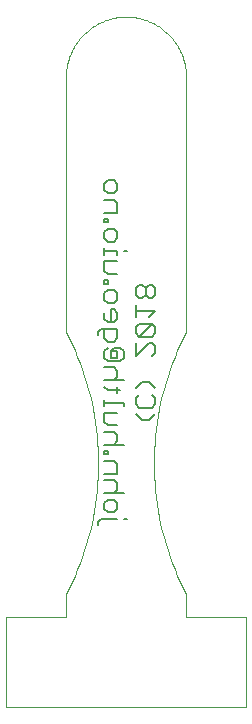
<source format=gbo>
G75*
%MOIN*%
%OFA0B0*%
%FSLAX25Y25*%
%IPPOS*%
%LPD*%
%AMOC8*
5,1,8,0,0,1.08239X$1,22.5*
%
%ADD10C,0.00000*%
%ADD11C,0.00600*%
D10*
X0047595Y0040183D02*
X0047595Y0070183D01*
X0067595Y0070183D01*
X0067595Y0077683D01*
X0047595Y0040183D02*
X0127595Y0040183D01*
X0127595Y0070183D01*
X0107595Y0070183D01*
X0107595Y0077683D01*
X0106569Y0079712D01*
X0105592Y0081765D01*
X0104665Y0083842D01*
X0103788Y0085939D01*
X0102962Y0088058D01*
X0102187Y0090195D01*
X0101463Y0092351D01*
X0100791Y0094523D01*
X0100171Y0096711D01*
X0099604Y0098912D01*
X0099090Y0101127D01*
X0098630Y0103354D01*
X0098223Y0105591D01*
X0097870Y0107837D01*
X0097570Y0110091D01*
X0097325Y0112352D01*
X0097134Y0114617D01*
X0096998Y0116887D01*
X0096916Y0119159D01*
X0096889Y0121433D01*
X0096916Y0123707D01*
X0096998Y0125979D01*
X0097134Y0128249D01*
X0097325Y0130514D01*
X0097570Y0132775D01*
X0097870Y0135029D01*
X0098223Y0137275D01*
X0098630Y0139512D01*
X0099090Y0141739D01*
X0099604Y0143954D01*
X0100171Y0146155D01*
X0100791Y0148343D01*
X0101463Y0150515D01*
X0102187Y0152671D01*
X0102962Y0154808D01*
X0103788Y0156927D01*
X0104665Y0159024D01*
X0105592Y0161101D01*
X0106569Y0163154D01*
X0107595Y0165183D01*
X0107595Y0250183D01*
X0107589Y0250670D01*
X0107571Y0251157D01*
X0107542Y0251643D01*
X0107500Y0252128D01*
X0107447Y0252612D01*
X0107382Y0253095D01*
X0107305Y0253576D01*
X0107217Y0254055D01*
X0107117Y0254532D01*
X0107005Y0255006D01*
X0106882Y0255477D01*
X0106747Y0255945D01*
X0106601Y0256410D01*
X0106444Y0256871D01*
X0106275Y0257328D01*
X0106096Y0257780D01*
X0105905Y0258229D01*
X0105704Y0258672D01*
X0105492Y0259111D01*
X0105269Y0259544D01*
X0105036Y0259971D01*
X0104792Y0260393D01*
X0104539Y0260809D01*
X0104275Y0261218D01*
X0104001Y0261621D01*
X0103718Y0262017D01*
X0103425Y0262406D01*
X0103123Y0262788D01*
X0102811Y0263163D01*
X0102490Y0263529D01*
X0102161Y0263888D01*
X0101823Y0264239D01*
X0101476Y0264581D01*
X0101122Y0264915D01*
X0100759Y0265240D01*
X0100388Y0265556D01*
X0100010Y0265863D01*
X0099625Y0266161D01*
X0099232Y0266449D01*
X0098833Y0266727D01*
X0098426Y0266996D01*
X0098014Y0267255D01*
X0097595Y0267504D01*
X0097170Y0267742D01*
X0096740Y0267970D01*
X0096304Y0268187D01*
X0095863Y0268394D01*
X0095417Y0268590D01*
X0094967Y0268775D01*
X0094512Y0268949D01*
X0094053Y0269112D01*
X0093590Y0269263D01*
X0093123Y0269404D01*
X0092654Y0269533D01*
X0092181Y0269650D01*
X0091706Y0269756D01*
X0091228Y0269850D01*
X0090748Y0269933D01*
X0090266Y0270004D01*
X0089782Y0270063D01*
X0089298Y0270110D01*
X0088812Y0270146D01*
X0088325Y0270170D01*
X0087839Y0270182D01*
X0087351Y0270182D01*
X0086865Y0270170D01*
X0086378Y0270146D01*
X0085892Y0270110D01*
X0085408Y0270063D01*
X0084924Y0270004D01*
X0084442Y0269933D01*
X0083962Y0269850D01*
X0083484Y0269756D01*
X0083009Y0269650D01*
X0082536Y0269533D01*
X0082067Y0269404D01*
X0081600Y0269263D01*
X0081137Y0269112D01*
X0080678Y0268949D01*
X0080223Y0268775D01*
X0079773Y0268590D01*
X0079327Y0268394D01*
X0078886Y0268187D01*
X0078450Y0267970D01*
X0078020Y0267742D01*
X0077595Y0267504D01*
X0077176Y0267255D01*
X0076764Y0266996D01*
X0076357Y0266727D01*
X0075958Y0266449D01*
X0075565Y0266161D01*
X0075180Y0265863D01*
X0074802Y0265556D01*
X0074431Y0265240D01*
X0074068Y0264915D01*
X0073714Y0264581D01*
X0073367Y0264239D01*
X0073029Y0263888D01*
X0072700Y0263529D01*
X0072379Y0263163D01*
X0072067Y0262788D01*
X0071765Y0262406D01*
X0071472Y0262017D01*
X0071189Y0261621D01*
X0070915Y0261218D01*
X0070651Y0260809D01*
X0070398Y0260393D01*
X0070154Y0259971D01*
X0069921Y0259544D01*
X0069698Y0259111D01*
X0069486Y0258672D01*
X0069285Y0258229D01*
X0069094Y0257780D01*
X0068915Y0257328D01*
X0068746Y0256871D01*
X0068589Y0256410D01*
X0068443Y0255945D01*
X0068308Y0255477D01*
X0068185Y0255006D01*
X0068073Y0254532D01*
X0067973Y0254055D01*
X0067885Y0253576D01*
X0067808Y0253095D01*
X0067743Y0252612D01*
X0067690Y0252128D01*
X0067648Y0251643D01*
X0067619Y0251157D01*
X0067601Y0250670D01*
X0067595Y0250183D01*
X0067595Y0165183D01*
X0068621Y0163154D01*
X0069598Y0161101D01*
X0070525Y0159024D01*
X0071402Y0156927D01*
X0072228Y0154808D01*
X0073003Y0152671D01*
X0073727Y0150515D01*
X0074399Y0148343D01*
X0075019Y0146155D01*
X0075586Y0143954D01*
X0076100Y0141739D01*
X0076560Y0139512D01*
X0076967Y0137275D01*
X0077320Y0135029D01*
X0077620Y0132775D01*
X0077865Y0130514D01*
X0078056Y0128249D01*
X0078192Y0125979D01*
X0078274Y0123707D01*
X0078301Y0121433D01*
X0078274Y0119159D01*
X0078192Y0116887D01*
X0078056Y0114617D01*
X0077865Y0112352D01*
X0077620Y0110091D01*
X0077320Y0107837D01*
X0076967Y0105591D01*
X0076560Y0103354D01*
X0076100Y0101127D01*
X0075586Y0098912D01*
X0075019Y0096711D01*
X0074399Y0094523D01*
X0073727Y0092351D01*
X0073003Y0090195D01*
X0072228Y0088058D01*
X0071402Y0085939D01*
X0070525Y0083842D01*
X0069598Y0081765D01*
X0068621Y0079712D01*
X0067595Y0077683D01*
D11*
X0078260Y0100686D02*
X0078260Y0101754D01*
X0079328Y0102822D01*
X0084665Y0102822D01*
X0083598Y0104983D02*
X0081463Y0104983D01*
X0080395Y0106051D01*
X0080395Y0108186D01*
X0081463Y0109254D01*
X0083598Y0109254D01*
X0084665Y0108186D01*
X0084665Y0106051D01*
X0083598Y0104983D01*
X0083598Y0111429D02*
X0084665Y0112496D01*
X0084665Y0114632D01*
X0083598Y0115699D01*
X0080395Y0115699D01*
X0080395Y0117874D02*
X0084665Y0117874D01*
X0084665Y0121077D01*
X0083598Y0122145D01*
X0080395Y0122145D01*
X0080395Y0124320D02*
X0080395Y0125387D01*
X0081463Y0125387D01*
X0081463Y0124320D01*
X0080395Y0124320D01*
X0080395Y0127543D02*
X0086801Y0127543D01*
X0084665Y0128610D02*
X0084665Y0130745D01*
X0083598Y0131813D01*
X0080395Y0131813D01*
X0081463Y0133988D02*
X0080395Y0135056D01*
X0080395Y0138258D01*
X0084665Y0138258D01*
X0084665Y0133988D02*
X0081463Y0133988D01*
X0084665Y0128610D02*
X0083598Y0127543D01*
X0086801Y0140434D02*
X0086801Y0141501D01*
X0080395Y0141501D01*
X0080395Y0140434D02*
X0080395Y0142569D01*
X0081463Y0145798D02*
X0080395Y0146866D01*
X0081463Y0145798D02*
X0085733Y0145798D01*
X0084665Y0144731D02*
X0084665Y0146866D01*
X0083598Y0149028D02*
X0084665Y0150095D01*
X0084665Y0152230D01*
X0083598Y0153298D01*
X0080395Y0153298D01*
X0081463Y0155473D02*
X0080395Y0156541D01*
X0080395Y0158676D01*
X0081463Y0159743D01*
X0082530Y0158676D02*
X0084665Y0158676D01*
X0084665Y0156541D01*
X0082530Y0156541D01*
X0082530Y0158676D01*
X0083598Y0159743D01*
X0085733Y0159743D01*
X0086801Y0158676D01*
X0086801Y0156541D01*
X0085733Y0155473D01*
X0081463Y0155473D01*
X0081463Y0161919D02*
X0080395Y0162986D01*
X0080395Y0166189D01*
X0079328Y0166189D02*
X0084665Y0166189D01*
X0084665Y0162986D01*
X0083598Y0161919D01*
X0081463Y0161919D01*
X0078260Y0165121D02*
X0079328Y0166189D01*
X0078260Y0165121D02*
X0078260Y0164054D01*
X0081463Y0168364D02*
X0080395Y0169432D01*
X0080395Y0171567D01*
X0082530Y0172634D02*
X0082530Y0168364D01*
X0081463Y0168364D02*
X0083598Y0168364D01*
X0084665Y0169432D01*
X0084665Y0171567D01*
X0083598Y0172634D01*
X0082530Y0172634D01*
X0081463Y0174810D02*
X0080395Y0175877D01*
X0080395Y0178012D01*
X0081463Y0179080D01*
X0083598Y0179080D01*
X0084665Y0178012D01*
X0084665Y0175877D01*
X0083598Y0174810D01*
X0081463Y0174810D01*
X0081463Y0181255D02*
X0080395Y0181255D01*
X0080395Y0182323D01*
X0081463Y0182323D01*
X0081463Y0181255D01*
X0081463Y0184478D02*
X0080395Y0185545D01*
X0080395Y0188748D01*
X0084665Y0188748D01*
X0084665Y0190923D02*
X0084665Y0191991D01*
X0080395Y0191991D01*
X0080395Y0193058D02*
X0080395Y0190923D01*
X0081463Y0195220D02*
X0080395Y0196288D01*
X0080395Y0198423D01*
X0081463Y0199491D01*
X0083598Y0199491D01*
X0084665Y0198423D01*
X0084665Y0196288D01*
X0083598Y0195220D01*
X0081463Y0195220D01*
X0081463Y0201666D02*
X0080395Y0201666D01*
X0080395Y0202733D01*
X0081463Y0202733D01*
X0081463Y0201666D01*
X0080395Y0204889D02*
X0084665Y0204889D01*
X0084665Y0208091D01*
X0083598Y0209159D01*
X0080395Y0209159D01*
X0081463Y0211334D02*
X0080395Y0212402D01*
X0080395Y0214537D01*
X0081463Y0215604D01*
X0083598Y0215604D01*
X0084665Y0214537D01*
X0084665Y0212402D01*
X0083598Y0211334D01*
X0081463Y0211334D01*
X0086801Y0191991D02*
X0087868Y0191991D01*
X0084665Y0184478D02*
X0081463Y0184478D01*
X0090895Y0179624D02*
X0090895Y0177489D01*
X0091963Y0176421D01*
X0093030Y0176421D01*
X0094098Y0177489D01*
X0094098Y0179624D01*
X0093030Y0180691D01*
X0091963Y0180691D01*
X0090895Y0179624D01*
X0094098Y0179624D02*
X0095165Y0180691D01*
X0096233Y0180691D01*
X0097301Y0179624D01*
X0097301Y0177489D01*
X0096233Y0176421D01*
X0095165Y0176421D01*
X0094098Y0177489D01*
X0090895Y0174246D02*
X0090895Y0169976D01*
X0090895Y0172111D02*
X0097301Y0172111D01*
X0095165Y0169976D01*
X0096233Y0167800D02*
X0091963Y0163530D01*
X0090895Y0164598D01*
X0090895Y0166733D01*
X0091963Y0167800D01*
X0096233Y0167800D01*
X0097301Y0166733D01*
X0097301Y0164598D01*
X0096233Y0163530D01*
X0091963Y0163530D01*
X0090895Y0161355D02*
X0090895Y0157085D01*
X0095165Y0161355D01*
X0096233Y0161355D01*
X0097301Y0160287D01*
X0097301Y0158152D01*
X0096233Y0157085D01*
X0095165Y0148477D02*
X0093030Y0148477D01*
X0090895Y0146342D01*
X0091963Y0144167D02*
X0090895Y0143099D01*
X0090895Y0140964D01*
X0091963Y0139897D01*
X0096233Y0139897D01*
X0097301Y0140964D01*
X0097301Y0143099D01*
X0096233Y0144167D01*
X0097301Y0146342D02*
X0095165Y0148477D01*
X0097301Y0137735D02*
X0095165Y0135600D01*
X0093030Y0135600D01*
X0090895Y0137735D01*
X0086801Y0149028D02*
X0080395Y0149028D01*
X0080395Y0111429D02*
X0086801Y0111429D01*
X0086801Y0102822D02*
X0087868Y0102822D01*
M02*

</source>
